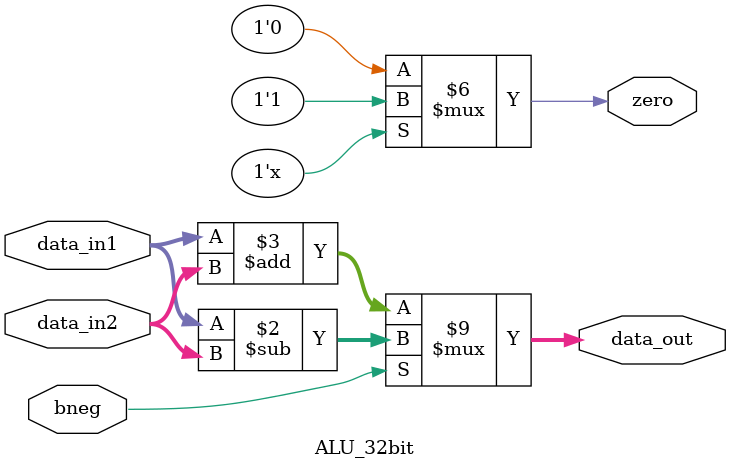
<source format=v>
`timescale 1ns / 1ps


module ALU_32bit(
    input [31:0]data_in1,
    input [31:0]data_in2,
    output reg [31:0]data_out,
    output reg zero,
    input bneg

    );
    always@(*)
        begin
            if(bneg)
                data_out <= data_in1 - data_in2;
            else
                data_out <= data_in1 + data_in2;
            if(data_out == 0)
                zero <= 1;
            else
                zero <= 0;
        end
endmodule


</source>
